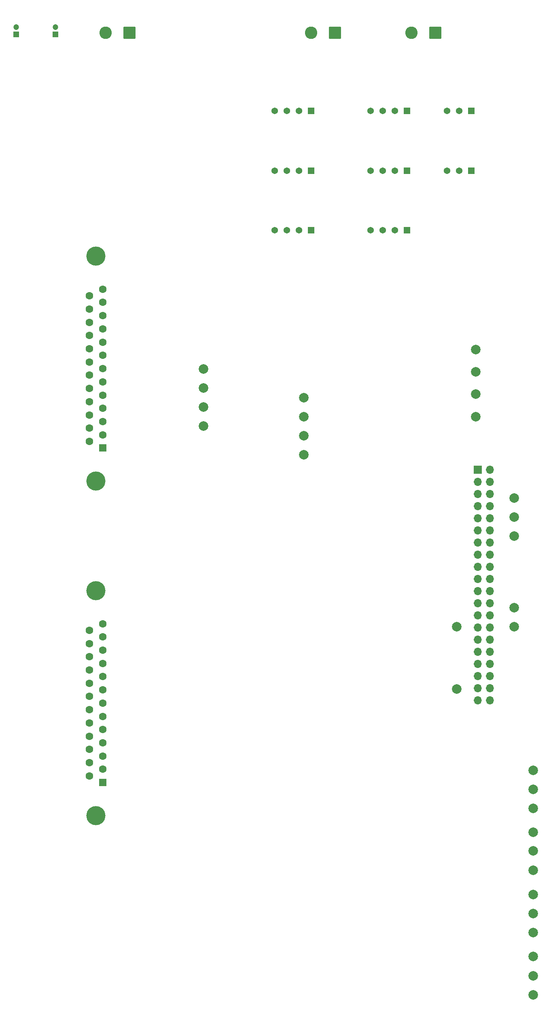
<source format=gbr>
%TF.GenerationSoftware,KiCad,Pcbnew,9.0.0*%
%TF.CreationDate,2025-03-11T18:36:24-04:00*%
%TF.ProjectId,pnp_controller,706e705f-636f-46e7-9472-6f6c6c65722e,rev?*%
%TF.SameCoordinates,Original*%
%TF.FileFunction,Soldermask,Bot*%
%TF.FilePolarity,Negative*%
%FSLAX46Y46*%
G04 Gerber Fmt 4.6, Leading zero omitted, Abs format (unit mm)*
G04 Created by KiCad (PCBNEW 9.0.0) date 2025-03-11 18:36:24*
%MOMM*%
%LPD*%
G01*
G04 APERTURE LIST*
G04 Aperture macros list*
%AMRoundRect*
0 Rectangle with rounded corners*
0 $1 Rounding radius*
0 $2 $3 $4 $5 $6 $7 $8 $9 X,Y pos of 4 corners*
0 Add a 4 corners polygon primitive as box body*
4,1,4,$2,$3,$4,$5,$6,$7,$8,$9,$2,$3,0*
0 Add four circle primitives for the rounded corners*
1,1,$1+$1,$2,$3*
1,1,$1+$1,$4,$5*
1,1,$1+$1,$6,$7*
1,1,$1+$1,$8,$9*
0 Add four rect primitives between the rounded corners*
20,1,$1+$1,$2,$3,$4,$5,0*
20,1,$1+$1,$4,$5,$6,$7,0*
20,1,$1+$1,$6,$7,$8,$9,0*
20,1,$1+$1,$8,$9,$2,$3,0*%
G04 Aperture macros list end*
%ADD10C,1.370000*%
%ADD11R,1.370000X1.370000*%
%ADD12C,2.000000*%
%ADD13C,4.000000*%
%ADD14R,1.600000X1.600000*%
%ADD15C,1.600000*%
%ADD16R,1.200000X1.200000*%
%ADD17C,1.200000*%
%ADD18RoundRect,0.250000X1.050000X1.050000X-1.050000X1.050000X-1.050000X-1.050000X1.050000X-1.050000X0*%
%ADD19C,2.600000*%
%ADD20R,1.700000X1.700000*%
%ADD21O,1.700000X1.700000*%
G04 APERTURE END LIST*
D10*
%TO.C,J13*%
X109920000Y0D03*
X112460000Y0D03*
X115000000Y0D03*
D11*
X117540000Y0D03*
%TD*%
D10*
%TO.C,J15*%
X129920000Y0D03*
X132460000Y0D03*
X135000000Y0D03*
D11*
X137540000Y0D03*
%TD*%
%TO.C,J9*%
X117500000Y12500000D03*
D10*
X114960000Y12500000D03*
X112420000Y12500000D03*
X109880000Y12500000D03*
%TD*%
D12*
%TO.C,TP28*%
X164000000Y-113000000D03*
%TD*%
D10*
%TO.C,J11*%
X146000000Y25000000D03*
X148540000Y25000000D03*
D11*
X151080000Y25000000D03*
%TD*%
D12*
%TO.C,TP20*%
X152000000Y-34300000D03*
%TD*%
%TO.C,TP16*%
X95000000Y-41000000D03*
%TD*%
%TO.C,TP21*%
X160000000Y-56000000D03*
%TD*%
%TO.C,TP1*%
X148000000Y-96000000D03*
%TD*%
%TO.C,TP12*%
X116000000Y-43000000D03*
%TD*%
%TO.C,TP5*%
X164000000Y-133900000D03*
%TD*%
D13*
%TO.C,J2*%
X72500000Y-5400000D03*
X72500000Y-52500000D03*
D14*
X73920000Y-45570000D03*
D15*
X73920000Y-42800000D03*
X73920000Y-40030000D03*
X73920000Y-37260000D03*
X73920000Y-34490000D03*
X73920000Y-31720000D03*
X73920000Y-28950000D03*
X73920000Y-26180000D03*
X73920000Y-23410000D03*
X73920000Y-20640000D03*
X73920000Y-17870000D03*
X73920000Y-15100000D03*
X73920000Y-12330000D03*
X71080000Y-44185000D03*
X71080000Y-41415000D03*
X71080000Y-38645000D03*
X71080000Y-35875000D03*
X71080000Y-33105000D03*
X71080000Y-30335000D03*
X71080000Y-27565000D03*
X71080000Y-24795000D03*
X71080000Y-22025000D03*
X71080000Y-19255000D03*
X71080000Y-16485000D03*
X71080000Y-13715000D03*
%TD*%
D16*
%TO.C,C2*%
X64000000Y41000000D03*
D17*
X64000000Y42500000D03*
%TD*%
D12*
%TO.C,TP24*%
X160000000Y-60000000D03*
%TD*%
D11*
%TO.C,J12*%
X151080000Y12500000D03*
D10*
X148540000Y12500000D03*
X146000000Y12500000D03*
%TD*%
D12*
%TO.C,TP23*%
X160000000Y-64000000D03*
%TD*%
%TO.C,TP4*%
X164000000Y-121000000D03*
%TD*%
%TO.C,TP13*%
X116000000Y-47000000D03*
%TD*%
%TO.C,TP14*%
X95000000Y-33000000D03*
%TD*%
%TO.C,TP31*%
X164000000Y-143000000D03*
%TD*%
D18*
%TO.C,J6*%
X143500000Y41367500D03*
D19*
X138500000Y41367500D03*
%TD*%
D12*
%TO.C,TP2*%
X164000000Y-147000000D03*
%TD*%
%TO.C,TP25*%
X164000000Y-139000000D03*
%TD*%
D11*
%TO.C,J1*%
X137620000Y12500000D03*
D10*
X135080000Y12500000D03*
X132540000Y12500000D03*
X130000000Y12500000D03*
%TD*%
D12*
%TO.C,TP7*%
X160000000Y-79000000D03*
%TD*%
%TO.C,TP19*%
X152000000Y-29650000D03*
%TD*%
%TO.C,TP15*%
X95000000Y-37000000D03*
%TD*%
%TO.C,TP8*%
X116000000Y-35000000D03*
%TD*%
%TO.C,TP10*%
X95000000Y-29000000D03*
%TD*%
%TO.C,TP6*%
X148000000Y-83000000D03*
%TD*%
D11*
%TO.C,J8*%
X117540000Y25000000D03*
D10*
X115000000Y25000000D03*
X112460000Y25000000D03*
X109920000Y25000000D03*
%TD*%
D11*
%TO.C,J14*%
X137580000Y25000000D03*
D10*
X135040000Y25000000D03*
X132500000Y25000000D03*
X129960000Y25000000D03*
%TD*%
D12*
%TO.C,TP30*%
X164000000Y-152000000D03*
%TD*%
%TO.C,TP26*%
X164000000Y-117000000D03*
%TD*%
%TO.C,TP29*%
X164000000Y-129900000D03*
%TD*%
%TO.C,TP9*%
X160000000Y-83000000D03*
%TD*%
%TO.C,TP17*%
X152000000Y-39000000D03*
%TD*%
%TO.C,TP32*%
X164000000Y-156000000D03*
%TD*%
%TO.C,TP3*%
X164000000Y-160000000D03*
%TD*%
D13*
%TO.C,J3*%
X72500000Y-75400000D03*
X72500000Y-122500000D03*
D14*
X73920000Y-115570000D03*
D15*
X73920000Y-112800000D03*
X73920000Y-110030000D03*
X73920000Y-107260000D03*
X73920000Y-104490000D03*
X73920000Y-101720000D03*
X73920000Y-98950000D03*
X73920000Y-96180000D03*
X73920000Y-93410000D03*
X73920000Y-90640000D03*
X73920000Y-87870000D03*
X73920000Y-85100000D03*
X73920000Y-82330000D03*
X71080000Y-114185000D03*
X71080000Y-111415000D03*
X71080000Y-108645000D03*
X71080000Y-105875000D03*
X71080000Y-103105000D03*
X71080000Y-100335000D03*
X71080000Y-97565000D03*
X71080000Y-94795000D03*
X71080000Y-92025000D03*
X71080000Y-89255000D03*
X71080000Y-86485000D03*
X71080000Y-83715000D03*
%TD*%
D12*
%TO.C,TP11*%
X116000000Y-39000000D03*
%TD*%
D16*
%TO.C,C1*%
X55750000Y41000000D03*
D17*
X55750000Y42500000D03*
%TD*%
D12*
%TO.C,TP18*%
X152000000Y-25000000D03*
%TD*%
D18*
%TO.C,J5*%
X122500000Y41367500D03*
D19*
X117500000Y41367500D03*
%TD*%
D18*
%TO.C,J7*%
X79500000Y41367500D03*
D19*
X74500000Y41367500D03*
%TD*%
D12*
%TO.C,TP27*%
X164000000Y-126000000D03*
%TD*%
D20*
%TO.C,J4*%
X152400000Y-50110000D03*
D21*
X154940000Y-50110000D03*
X152400000Y-52650000D03*
X154940000Y-52650000D03*
X152400000Y-55190000D03*
X154940000Y-55190000D03*
X152400000Y-57730000D03*
X154940000Y-57730000D03*
X152400000Y-60270000D03*
X154940000Y-60270000D03*
X152400000Y-62810000D03*
X154940000Y-62810000D03*
X152400000Y-65350000D03*
X154940000Y-65350000D03*
X152400000Y-67890000D03*
X154940000Y-67890000D03*
X152400000Y-70430000D03*
X154940000Y-70430000D03*
X152400000Y-72970000D03*
X154940000Y-72970000D03*
X152400000Y-75510000D03*
X154940000Y-75510000D03*
X152400000Y-78050000D03*
X154940000Y-78050000D03*
X152400000Y-80590000D03*
X154940000Y-80590000D03*
X152400000Y-83130000D03*
X154940000Y-83130000D03*
X152400000Y-85670000D03*
X154940000Y-85670000D03*
X152400000Y-88210000D03*
X154940000Y-88210000D03*
X152400000Y-90750000D03*
X154940000Y-90750000D03*
X152400000Y-93290000D03*
X154940000Y-93290000D03*
X152400000Y-95830000D03*
X154940000Y-95830000D03*
X152400000Y-98370000D03*
X154940000Y-98370000D03*
%TD*%
M02*

</source>
